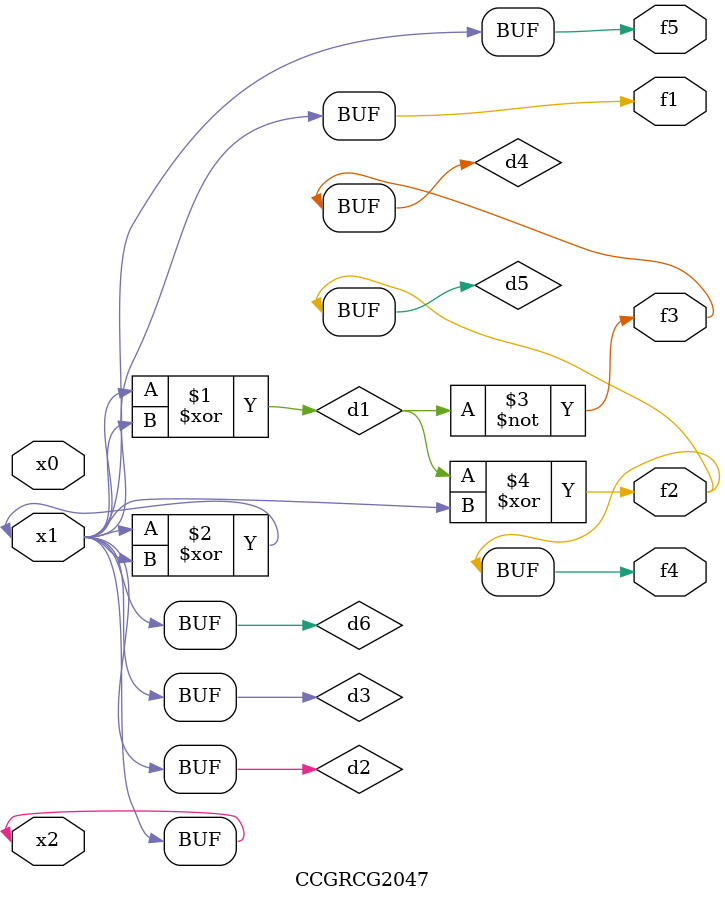
<source format=v>
module CCGRCG2047(
	input x0, x1, x2,
	output f1, f2, f3, f4, f5
);

	wire d1, d2, d3, d4, d5, d6;

	xor (d1, x1, x2);
	buf (d2, x1, x2);
	xor (d3, x1, x2);
	nor (d4, d1);
	xor (d5, d1, d2);
	buf (d6, d2, d3);
	assign f1 = d6;
	assign f2 = d5;
	assign f3 = d4;
	assign f4 = d5;
	assign f5 = d6;
endmodule

</source>
